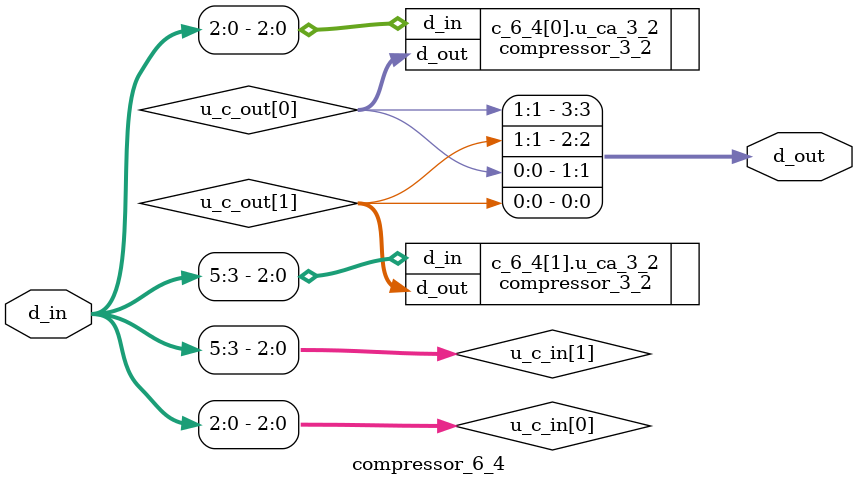
<source format=v>
module compressor_6_4
(
    input  [5:0] d_in,

    output [3:0] d_out
);



//--compressor_array input and output----------------------

wire [2:0] u_c_in[0:1];
wire [1:0] u_c_out[0:1];


//---------------------------------------------------------



//--compressor_array---------------------------------------

genvar c_i;
generate
    for(c_i = 0; c_i < 2; c_i = c_i + 1) begin:c_6_4
        assign u_c_in[c_i] = d_in[3*(c_i+1)-1:3*c_i];
        compressor_3_2 u_ca_3_2(.d_in(u_c_in[c_i]), .d_out(u_c_out[c_i]));
    end
endgenerate

//---------------------------------------------------------



//--output-------------------------------------------------

assign d_out[1:0] = {u_c_out[0][0:0],u_c_out[1][0:0]};
assign d_out[3:2] = {u_c_out[0][1:1],u_c_out[1][1:1]};

//---------------------------------------------------------


endmodule
</source>
